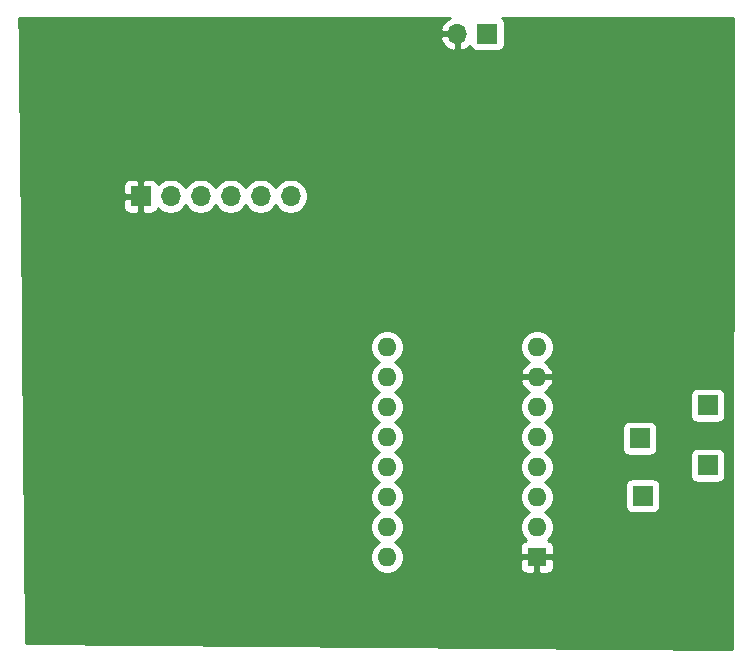
<source format=gbr>
%TF.GenerationSoftware,KiCad,Pcbnew,(5.1.9-0-10_14)*%
%TF.CreationDate,2021-12-03T15:28:29-08:00*%
%TF.ProjectId,stepper-controller,73746570-7065-4722-9d63-6f6e74726f6c,rev?*%
%TF.SameCoordinates,Original*%
%TF.FileFunction,Copper,L2,Bot*%
%TF.FilePolarity,Positive*%
%FSLAX46Y46*%
G04 Gerber Fmt 4.6, Leading zero omitted, Abs format (unit mm)*
G04 Created by KiCad (PCBNEW (5.1.9-0-10_14)) date 2021-12-03 15:28:29*
%MOMM*%
%LPD*%
G01*
G04 APERTURE LIST*
%TA.AperFunction,ComponentPad*%
%ADD10R,1.600000X1.600000*%
%TD*%
%TA.AperFunction,ComponentPad*%
%ADD11O,1.600000X1.600000*%
%TD*%
%TA.AperFunction,ComponentPad*%
%ADD12R,1.700000X1.700000*%
%TD*%
%TA.AperFunction,ComponentPad*%
%ADD13O,1.700000X1.700000*%
%TD*%
%TA.AperFunction,ViaPad*%
%ADD14C,1.500000*%
%TD*%
%TA.AperFunction,Conductor*%
%ADD15C,0.254000*%
%TD*%
%TA.AperFunction,Conductor*%
%ADD16C,0.100000*%
%TD*%
G04 APERTURE END LIST*
D10*
%TO.P,A1,1*%
%TO.N,GND*%
X123500000Y-60300000D03*
D11*
%TO.P,A1,9*%
%TO.N,Net-(A1-Pad9)*%
X110800000Y-42520000D03*
%TO.P,A1,2*%
%TO.N,VCC*%
X123500000Y-57760000D03*
%TO.P,A1,10*%
%TO.N,Net-(A1-Pad10)*%
X110800000Y-45060000D03*
%TO.P,A1,3*%
%TO.N,Net-(A1-Pad3)*%
X123500000Y-55220000D03*
%TO.P,A1,11*%
%TO.N,Net-(A1-Pad11)*%
X110800000Y-47600000D03*
%TO.P,A1,4*%
%TO.N,Net-(A1-Pad4)*%
X123500000Y-52680000D03*
%TO.P,A1,12*%
%TO.N,Net-(A1-Pad12)*%
X110800000Y-50140000D03*
%TO.P,A1,5*%
%TO.N,Net-(A1-Pad5)*%
X123500000Y-50140000D03*
%TO.P,A1,13*%
%TO.N,Net-(A1-Pad13)*%
X110800000Y-52680000D03*
%TO.P,A1,6*%
%TO.N,Net-(A1-Pad6)*%
X123500000Y-47600000D03*
%TO.P,A1,14*%
%TO.N,Net-(A1-Pad13)*%
X110800000Y-55220000D03*
%TO.P,A1,7*%
%TO.N,GND*%
X123500000Y-45060000D03*
%TO.P,A1,15*%
%TO.N,Net-(A1-Pad15)*%
X110800000Y-57760000D03*
%TO.P,A1,8*%
%TO.N,+12V*%
X123500000Y-42520000D03*
%TO.P,A1,16*%
%TO.N,Net-(A1-Pad16)*%
X110800000Y-60300000D03*
%TD*%
D12*
%TO.P,J1,1*%
%TO.N,Net-(A1-Pad3)*%
X132450000Y-55100000D03*
%TD*%
%TO.P,J2,1*%
%TO.N,Net-(A1-Pad4)*%
X137950000Y-52550000D03*
%TD*%
%TO.P,J3,1*%
%TO.N,Net-(A1-Pad5)*%
X132200000Y-50250000D03*
%TD*%
%TO.P,J4,1*%
%TO.N,Net-(A1-Pad6)*%
X137950000Y-47450000D03*
%TD*%
%TO.P,J5,1*%
%TO.N,GND*%
X89950000Y-29750000D03*
D13*
%TO.P,J5,2*%
%TO.N,/CTS*%
X92490000Y-29750000D03*
%TO.P,J5,3*%
%TO.N,VCC*%
X95030000Y-29750000D03*
%TO.P,J5,4*%
%TO.N,/TX*%
X97570000Y-29750000D03*
%TO.P,J5,5*%
%TO.N,/RX*%
X100110000Y-29750000D03*
%TO.P,J5,6*%
%TO.N,/RTS*%
X102650000Y-29750000D03*
%TD*%
D12*
%TO.P,J6,1*%
%TO.N,+12V*%
X119300000Y-16000000D03*
D13*
%TO.P,J6,2*%
%TO.N,GND*%
X116760000Y-16000000D03*
%TD*%
D14*
%TO.N,GND*%
X92050000Y-66150000D03*
X87500000Y-47000000D03*
X103150000Y-42300000D03*
%TD*%
D15*
%TO.N,GND*%
X115993080Y-14728359D02*
X115759731Y-14902412D01*
X115564822Y-15118645D01*
X115415843Y-15368748D01*
X115318519Y-15643109D01*
X115439186Y-15873000D01*
X116633000Y-15873000D01*
X116633000Y-15853000D01*
X116887000Y-15853000D01*
X116887000Y-15873000D01*
X116907000Y-15873000D01*
X116907000Y-16127000D01*
X116887000Y-16127000D01*
X116887000Y-17320155D01*
X117116890Y-17441476D01*
X117264099Y-17396825D01*
X117526920Y-17271641D01*
X117760269Y-17097588D01*
X117836034Y-17013534D01*
X117860498Y-17094180D01*
X117919463Y-17204494D01*
X117998815Y-17301185D01*
X118095506Y-17380537D01*
X118205820Y-17439502D01*
X118325518Y-17475812D01*
X118450000Y-17488072D01*
X120150000Y-17488072D01*
X120274482Y-17475812D01*
X120394180Y-17439502D01*
X120504494Y-17380537D01*
X120601185Y-17301185D01*
X120680537Y-17204494D01*
X120739502Y-17094180D01*
X120775812Y-16974482D01*
X120788072Y-16850000D01*
X120788072Y-15150000D01*
X120775812Y-15025518D01*
X120739502Y-14905820D01*
X120680537Y-14795506D01*
X120601185Y-14698815D01*
X120523426Y-14635000D01*
X140113749Y-14635000D01*
X140016259Y-68059383D01*
X80277533Y-67570522D01*
X79999170Y-42378665D01*
X109365000Y-42378665D01*
X109365000Y-42661335D01*
X109420147Y-42938574D01*
X109528320Y-43199727D01*
X109685363Y-43434759D01*
X109885241Y-43634637D01*
X110117759Y-43790000D01*
X109885241Y-43945363D01*
X109685363Y-44145241D01*
X109528320Y-44380273D01*
X109420147Y-44641426D01*
X109365000Y-44918665D01*
X109365000Y-45201335D01*
X109420147Y-45478574D01*
X109528320Y-45739727D01*
X109685363Y-45974759D01*
X109885241Y-46174637D01*
X110117759Y-46330000D01*
X109885241Y-46485363D01*
X109685363Y-46685241D01*
X109528320Y-46920273D01*
X109420147Y-47181426D01*
X109365000Y-47458665D01*
X109365000Y-47741335D01*
X109420147Y-48018574D01*
X109528320Y-48279727D01*
X109685363Y-48514759D01*
X109885241Y-48714637D01*
X110117759Y-48870000D01*
X109885241Y-49025363D01*
X109685363Y-49225241D01*
X109528320Y-49460273D01*
X109420147Y-49721426D01*
X109365000Y-49998665D01*
X109365000Y-50281335D01*
X109420147Y-50558574D01*
X109528320Y-50819727D01*
X109685363Y-51054759D01*
X109885241Y-51254637D01*
X110117759Y-51410000D01*
X109885241Y-51565363D01*
X109685363Y-51765241D01*
X109528320Y-52000273D01*
X109420147Y-52261426D01*
X109365000Y-52538665D01*
X109365000Y-52821335D01*
X109420147Y-53098574D01*
X109528320Y-53359727D01*
X109685363Y-53594759D01*
X109885241Y-53794637D01*
X110117759Y-53950000D01*
X109885241Y-54105363D01*
X109685363Y-54305241D01*
X109528320Y-54540273D01*
X109420147Y-54801426D01*
X109365000Y-55078665D01*
X109365000Y-55361335D01*
X109420147Y-55638574D01*
X109528320Y-55899727D01*
X109685363Y-56134759D01*
X109885241Y-56334637D01*
X110117759Y-56490000D01*
X109885241Y-56645363D01*
X109685363Y-56845241D01*
X109528320Y-57080273D01*
X109420147Y-57341426D01*
X109365000Y-57618665D01*
X109365000Y-57901335D01*
X109420147Y-58178574D01*
X109528320Y-58439727D01*
X109685363Y-58674759D01*
X109885241Y-58874637D01*
X110117759Y-59030000D01*
X109885241Y-59185363D01*
X109685363Y-59385241D01*
X109528320Y-59620273D01*
X109420147Y-59881426D01*
X109365000Y-60158665D01*
X109365000Y-60441335D01*
X109420147Y-60718574D01*
X109528320Y-60979727D01*
X109685363Y-61214759D01*
X109885241Y-61414637D01*
X110120273Y-61571680D01*
X110381426Y-61679853D01*
X110658665Y-61735000D01*
X110941335Y-61735000D01*
X111218574Y-61679853D01*
X111479727Y-61571680D01*
X111714759Y-61414637D01*
X111914637Y-61214759D01*
X111991316Y-61100000D01*
X122061928Y-61100000D01*
X122074188Y-61224482D01*
X122110498Y-61344180D01*
X122169463Y-61454494D01*
X122248815Y-61551185D01*
X122345506Y-61630537D01*
X122455820Y-61689502D01*
X122575518Y-61725812D01*
X122700000Y-61738072D01*
X123214250Y-61735000D01*
X123373000Y-61576250D01*
X123373000Y-60427000D01*
X123627000Y-60427000D01*
X123627000Y-61576250D01*
X123785750Y-61735000D01*
X124300000Y-61738072D01*
X124424482Y-61725812D01*
X124544180Y-61689502D01*
X124654494Y-61630537D01*
X124751185Y-61551185D01*
X124830537Y-61454494D01*
X124889502Y-61344180D01*
X124925812Y-61224482D01*
X124938072Y-61100000D01*
X124935000Y-60585750D01*
X124776250Y-60427000D01*
X123627000Y-60427000D01*
X123373000Y-60427000D01*
X122223750Y-60427000D01*
X122065000Y-60585750D01*
X122061928Y-61100000D01*
X111991316Y-61100000D01*
X112071680Y-60979727D01*
X112179853Y-60718574D01*
X112235000Y-60441335D01*
X112235000Y-60158665D01*
X112179853Y-59881426D01*
X112071680Y-59620273D01*
X111991317Y-59500000D01*
X122061928Y-59500000D01*
X122065000Y-60014250D01*
X122223750Y-60173000D01*
X123373000Y-60173000D01*
X123373000Y-60153000D01*
X123627000Y-60153000D01*
X123627000Y-60173000D01*
X124776250Y-60173000D01*
X124935000Y-60014250D01*
X124938072Y-59500000D01*
X124925812Y-59375518D01*
X124889502Y-59255820D01*
X124830537Y-59145506D01*
X124751185Y-59048815D01*
X124654494Y-58969463D01*
X124544180Y-58910498D01*
X124424482Y-58874188D01*
X124416039Y-58873357D01*
X124614637Y-58674759D01*
X124771680Y-58439727D01*
X124879853Y-58178574D01*
X124935000Y-57901335D01*
X124935000Y-57618665D01*
X124879853Y-57341426D01*
X124771680Y-57080273D01*
X124614637Y-56845241D01*
X124414759Y-56645363D01*
X124182241Y-56490000D01*
X124414759Y-56334637D01*
X124614637Y-56134759D01*
X124771680Y-55899727D01*
X124879853Y-55638574D01*
X124935000Y-55361335D01*
X124935000Y-55078665D01*
X124879853Y-54801426D01*
X124771680Y-54540273D01*
X124614637Y-54305241D01*
X124559396Y-54250000D01*
X130961928Y-54250000D01*
X130961928Y-55950000D01*
X130974188Y-56074482D01*
X131010498Y-56194180D01*
X131069463Y-56304494D01*
X131148815Y-56401185D01*
X131245506Y-56480537D01*
X131355820Y-56539502D01*
X131475518Y-56575812D01*
X131600000Y-56588072D01*
X133300000Y-56588072D01*
X133424482Y-56575812D01*
X133544180Y-56539502D01*
X133654494Y-56480537D01*
X133751185Y-56401185D01*
X133830537Y-56304494D01*
X133889502Y-56194180D01*
X133925812Y-56074482D01*
X133938072Y-55950000D01*
X133938072Y-54250000D01*
X133925812Y-54125518D01*
X133889502Y-54005820D01*
X133830537Y-53895506D01*
X133751185Y-53798815D01*
X133654494Y-53719463D01*
X133544180Y-53660498D01*
X133424482Y-53624188D01*
X133300000Y-53611928D01*
X131600000Y-53611928D01*
X131475518Y-53624188D01*
X131355820Y-53660498D01*
X131245506Y-53719463D01*
X131148815Y-53798815D01*
X131069463Y-53895506D01*
X131010498Y-54005820D01*
X130974188Y-54125518D01*
X130961928Y-54250000D01*
X124559396Y-54250000D01*
X124414759Y-54105363D01*
X124182241Y-53950000D01*
X124414759Y-53794637D01*
X124614637Y-53594759D01*
X124771680Y-53359727D01*
X124879853Y-53098574D01*
X124935000Y-52821335D01*
X124935000Y-52538665D01*
X124879853Y-52261426D01*
X124771680Y-52000273D01*
X124614637Y-51765241D01*
X124414759Y-51565363D01*
X124182241Y-51410000D01*
X124414759Y-51254637D01*
X124614637Y-51054759D01*
X124771680Y-50819727D01*
X124879853Y-50558574D01*
X124935000Y-50281335D01*
X124935000Y-49998665D01*
X124879853Y-49721426D01*
X124771680Y-49460273D01*
X124731407Y-49400000D01*
X130711928Y-49400000D01*
X130711928Y-51100000D01*
X130724188Y-51224482D01*
X130760498Y-51344180D01*
X130819463Y-51454494D01*
X130898815Y-51551185D01*
X130995506Y-51630537D01*
X131105820Y-51689502D01*
X131225518Y-51725812D01*
X131350000Y-51738072D01*
X133050000Y-51738072D01*
X133174482Y-51725812D01*
X133259572Y-51700000D01*
X136461928Y-51700000D01*
X136461928Y-53400000D01*
X136474188Y-53524482D01*
X136510498Y-53644180D01*
X136569463Y-53754494D01*
X136648815Y-53851185D01*
X136745506Y-53930537D01*
X136855820Y-53989502D01*
X136975518Y-54025812D01*
X137100000Y-54038072D01*
X138800000Y-54038072D01*
X138924482Y-54025812D01*
X139044180Y-53989502D01*
X139154494Y-53930537D01*
X139251185Y-53851185D01*
X139330537Y-53754494D01*
X139389502Y-53644180D01*
X139425812Y-53524482D01*
X139438072Y-53400000D01*
X139438072Y-51700000D01*
X139425812Y-51575518D01*
X139389502Y-51455820D01*
X139330537Y-51345506D01*
X139251185Y-51248815D01*
X139154494Y-51169463D01*
X139044180Y-51110498D01*
X138924482Y-51074188D01*
X138800000Y-51061928D01*
X137100000Y-51061928D01*
X136975518Y-51074188D01*
X136855820Y-51110498D01*
X136745506Y-51169463D01*
X136648815Y-51248815D01*
X136569463Y-51345506D01*
X136510498Y-51455820D01*
X136474188Y-51575518D01*
X136461928Y-51700000D01*
X133259572Y-51700000D01*
X133294180Y-51689502D01*
X133404494Y-51630537D01*
X133501185Y-51551185D01*
X133580537Y-51454494D01*
X133639502Y-51344180D01*
X133675812Y-51224482D01*
X133688072Y-51100000D01*
X133688072Y-49400000D01*
X133675812Y-49275518D01*
X133639502Y-49155820D01*
X133580537Y-49045506D01*
X133501185Y-48948815D01*
X133404494Y-48869463D01*
X133294180Y-48810498D01*
X133174482Y-48774188D01*
X133050000Y-48761928D01*
X131350000Y-48761928D01*
X131225518Y-48774188D01*
X131105820Y-48810498D01*
X130995506Y-48869463D01*
X130898815Y-48948815D01*
X130819463Y-49045506D01*
X130760498Y-49155820D01*
X130724188Y-49275518D01*
X130711928Y-49400000D01*
X124731407Y-49400000D01*
X124614637Y-49225241D01*
X124414759Y-49025363D01*
X124182241Y-48870000D01*
X124414759Y-48714637D01*
X124614637Y-48514759D01*
X124771680Y-48279727D01*
X124879853Y-48018574D01*
X124935000Y-47741335D01*
X124935000Y-47458665D01*
X124879853Y-47181426D01*
X124771680Y-46920273D01*
X124614637Y-46685241D01*
X124529396Y-46600000D01*
X136461928Y-46600000D01*
X136461928Y-48300000D01*
X136474188Y-48424482D01*
X136510498Y-48544180D01*
X136569463Y-48654494D01*
X136648815Y-48751185D01*
X136745506Y-48830537D01*
X136855820Y-48889502D01*
X136975518Y-48925812D01*
X137100000Y-48938072D01*
X138800000Y-48938072D01*
X138924482Y-48925812D01*
X139044180Y-48889502D01*
X139154494Y-48830537D01*
X139251185Y-48751185D01*
X139330537Y-48654494D01*
X139389502Y-48544180D01*
X139425812Y-48424482D01*
X139438072Y-48300000D01*
X139438072Y-46600000D01*
X139425812Y-46475518D01*
X139389502Y-46355820D01*
X139330537Y-46245506D01*
X139251185Y-46148815D01*
X139154494Y-46069463D01*
X139044180Y-46010498D01*
X138924482Y-45974188D01*
X138800000Y-45961928D01*
X137100000Y-45961928D01*
X136975518Y-45974188D01*
X136855820Y-46010498D01*
X136745506Y-46069463D01*
X136648815Y-46148815D01*
X136569463Y-46245506D01*
X136510498Y-46355820D01*
X136474188Y-46475518D01*
X136461928Y-46600000D01*
X124529396Y-46600000D01*
X124414759Y-46485363D01*
X124179727Y-46328320D01*
X124169135Y-46323933D01*
X124355131Y-46212385D01*
X124563519Y-46023414D01*
X124731037Y-45797420D01*
X124851246Y-45543087D01*
X124891904Y-45409039D01*
X124769915Y-45187000D01*
X123627000Y-45187000D01*
X123627000Y-45207000D01*
X123373000Y-45207000D01*
X123373000Y-45187000D01*
X122230085Y-45187000D01*
X122108096Y-45409039D01*
X122148754Y-45543087D01*
X122268963Y-45797420D01*
X122436481Y-46023414D01*
X122644869Y-46212385D01*
X122830865Y-46323933D01*
X122820273Y-46328320D01*
X122585241Y-46485363D01*
X122385363Y-46685241D01*
X122228320Y-46920273D01*
X122120147Y-47181426D01*
X122065000Y-47458665D01*
X122065000Y-47741335D01*
X122120147Y-48018574D01*
X122228320Y-48279727D01*
X122385363Y-48514759D01*
X122585241Y-48714637D01*
X122817759Y-48870000D01*
X122585241Y-49025363D01*
X122385363Y-49225241D01*
X122228320Y-49460273D01*
X122120147Y-49721426D01*
X122065000Y-49998665D01*
X122065000Y-50281335D01*
X122120147Y-50558574D01*
X122228320Y-50819727D01*
X122385363Y-51054759D01*
X122585241Y-51254637D01*
X122817759Y-51410000D01*
X122585241Y-51565363D01*
X122385363Y-51765241D01*
X122228320Y-52000273D01*
X122120147Y-52261426D01*
X122065000Y-52538665D01*
X122065000Y-52821335D01*
X122120147Y-53098574D01*
X122228320Y-53359727D01*
X122385363Y-53594759D01*
X122585241Y-53794637D01*
X122817759Y-53950000D01*
X122585241Y-54105363D01*
X122385363Y-54305241D01*
X122228320Y-54540273D01*
X122120147Y-54801426D01*
X122065000Y-55078665D01*
X122065000Y-55361335D01*
X122120147Y-55638574D01*
X122228320Y-55899727D01*
X122385363Y-56134759D01*
X122585241Y-56334637D01*
X122817759Y-56490000D01*
X122585241Y-56645363D01*
X122385363Y-56845241D01*
X122228320Y-57080273D01*
X122120147Y-57341426D01*
X122065000Y-57618665D01*
X122065000Y-57901335D01*
X122120147Y-58178574D01*
X122228320Y-58439727D01*
X122385363Y-58674759D01*
X122583961Y-58873357D01*
X122575518Y-58874188D01*
X122455820Y-58910498D01*
X122345506Y-58969463D01*
X122248815Y-59048815D01*
X122169463Y-59145506D01*
X122110498Y-59255820D01*
X122074188Y-59375518D01*
X122061928Y-59500000D01*
X111991317Y-59500000D01*
X111914637Y-59385241D01*
X111714759Y-59185363D01*
X111482241Y-59030000D01*
X111714759Y-58874637D01*
X111914637Y-58674759D01*
X112071680Y-58439727D01*
X112179853Y-58178574D01*
X112235000Y-57901335D01*
X112235000Y-57618665D01*
X112179853Y-57341426D01*
X112071680Y-57080273D01*
X111914637Y-56845241D01*
X111714759Y-56645363D01*
X111482241Y-56490000D01*
X111714759Y-56334637D01*
X111914637Y-56134759D01*
X112071680Y-55899727D01*
X112179853Y-55638574D01*
X112235000Y-55361335D01*
X112235000Y-55078665D01*
X112179853Y-54801426D01*
X112071680Y-54540273D01*
X111914637Y-54305241D01*
X111714759Y-54105363D01*
X111482241Y-53950000D01*
X111714759Y-53794637D01*
X111914637Y-53594759D01*
X112071680Y-53359727D01*
X112179853Y-53098574D01*
X112235000Y-52821335D01*
X112235000Y-52538665D01*
X112179853Y-52261426D01*
X112071680Y-52000273D01*
X111914637Y-51765241D01*
X111714759Y-51565363D01*
X111482241Y-51410000D01*
X111714759Y-51254637D01*
X111914637Y-51054759D01*
X112071680Y-50819727D01*
X112179853Y-50558574D01*
X112235000Y-50281335D01*
X112235000Y-49998665D01*
X112179853Y-49721426D01*
X112071680Y-49460273D01*
X111914637Y-49225241D01*
X111714759Y-49025363D01*
X111482241Y-48870000D01*
X111714759Y-48714637D01*
X111914637Y-48514759D01*
X112071680Y-48279727D01*
X112179853Y-48018574D01*
X112235000Y-47741335D01*
X112235000Y-47458665D01*
X112179853Y-47181426D01*
X112071680Y-46920273D01*
X111914637Y-46685241D01*
X111714759Y-46485363D01*
X111482241Y-46330000D01*
X111714759Y-46174637D01*
X111914637Y-45974759D01*
X112071680Y-45739727D01*
X112179853Y-45478574D01*
X112235000Y-45201335D01*
X112235000Y-44918665D01*
X112179853Y-44641426D01*
X112071680Y-44380273D01*
X111914637Y-44145241D01*
X111714759Y-43945363D01*
X111482241Y-43790000D01*
X111714759Y-43634637D01*
X111914637Y-43434759D01*
X112071680Y-43199727D01*
X112179853Y-42938574D01*
X112235000Y-42661335D01*
X112235000Y-42378665D01*
X122065000Y-42378665D01*
X122065000Y-42661335D01*
X122120147Y-42938574D01*
X122228320Y-43199727D01*
X122385363Y-43434759D01*
X122585241Y-43634637D01*
X122820273Y-43791680D01*
X122830865Y-43796067D01*
X122644869Y-43907615D01*
X122436481Y-44096586D01*
X122268963Y-44322580D01*
X122148754Y-44576913D01*
X122108096Y-44710961D01*
X122230085Y-44933000D01*
X123373000Y-44933000D01*
X123373000Y-44913000D01*
X123627000Y-44913000D01*
X123627000Y-44933000D01*
X124769915Y-44933000D01*
X124891904Y-44710961D01*
X124851246Y-44576913D01*
X124731037Y-44322580D01*
X124563519Y-44096586D01*
X124355131Y-43907615D01*
X124169135Y-43796067D01*
X124179727Y-43791680D01*
X124414759Y-43634637D01*
X124614637Y-43434759D01*
X124771680Y-43199727D01*
X124879853Y-42938574D01*
X124935000Y-42661335D01*
X124935000Y-42378665D01*
X124879853Y-42101426D01*
X124771680Y-41840273D01*
X124614637Y-41605241D01*
X124414759Y-41405363D01*
X124179727Y-41248320D01*
X123918574Y-41140147D01*
X123641335Y-41085000D01*
X123358665Y-41085000D01*
X123081426Y-41140147D01*
X122820273Y-41248320D01*
X122585241Y-41405363D01*
X122385363Y-41605241D01*
X122228320Y-41840273D01*
X122120147Y-42101426D01*
X122065000Y-42378665D01*
X112235000Y-42378665D01*
X112179853Y-42101426D01*
X112071680Y-41840273D01*
X111914637Y-41605241D01*
X111714759Y-41405363D01*
X111479727Y-41248320D01*
X111218574Y-41140147D01*
X110941335Y-41085000D01*
X110658665Y-41085000D01*
X110381426Y-41140147D01*
X110120273Y-41248320D01*
X109885241Y-41405363D01*
X109685363Y-41605241D01*
X109528320Y-41840273D01*
X109420147Y-42101426D01*
X109365000Y-42378665D01*
X79999170Y-42378665D01*
X79869019Y-30600000D01*
X88461928Y-30600000D01*
X88474188Y-30724482D01*
X88510498Y-30844180D01*
X88569463Y-30954494D01*
X88648815Y-31051185D01*
X88745506Y-31130537D01*
X88855820Y-31189502D01*
X88975518Y-31225812D01*
X89100000Y-31238072D01*
X89664250Y-31235000D01*
X89823000Y-31076250D01*
X89823000Y-29877000D01*
X88623750Y-29877000D01*
X88465000Y-30035750D01*
X88461928Y-30600000D01*
X79869019Y-30600000D01*
X79850235Y-28900000D01*
X88461928Y-28900000D01*
X88465000Y-29464250D01*
X88623750Y-29623000D01*
X89823000Y-29623000D01*
X89823000Y-28423750D01*
X90077000Y-28423750D01*
X90077000Y-29623000D01*
X90097000Y-29623000D01*
X90097000Y-29877000D01*
X90077000Y-29877000D01*
X90077000Y-31076250D01*
X90235750Y-31235000D01*
X90800000Y-31238072D01*
X90924482Y-31225812D01*
X91044180Y-31189502D01*
X91154494Y-31130537D01*
X91251185Y-31051185D01*
X91330537Y-30954494D01*
X91389502Y-30844180D01*
X91411513Y-30771620D01*
X91543368Y-30903475D01*
X91786589Y-31065990D01*
X92056842Y-31177932D01*
X92343740Y-31235000D01*
X92636260Y-31235000D01*
X92923158Y-31177932D01*
X93193411Y-31065990D01*
X93436632Y-30903475D01*
X93643475Y-30696632D01*
X93760000Y-30522240D01*
X93876525Y-30696632D01*
X94083368Y-30903475D01*
X94326589Y-31065990D01*
X94596842Y-31177932D01*
X94883740Y-31235000D01*
X95176260Y-31235000D01*
X95463158Y-31177932D01*
X95733411Y-31065990D01*
X95976632Y-30903475D01*
X96183475Y-30696632D01*
X96300000Y-30522240D01*
X96416525Y-30696632D01*
X96623368Y-30903475D01*
X96866589Y-31065990D01*
X97136842Y-31177932D01*
X97423740Y-31235000D01*
X97716260Y-31235000D01*
X98003158Y-31177932D01*
X98273411Y-31065990D01*
X98516632Y-30903475D01*
X98723475Y-30696632D01*
X98840000Y-30522240D01*
X98956525Y-30696632D01*
X99163368Y-30903475D01*
X99406589Y-31065990D01*
X99676842Y-31177932D01*
X99963740Y-31235000D01*
X100256260Y-31235000D01*
X100543158Y-31177932D01*
X100813411Y-31065990D01*
X101056632Y-30903475D01*
X101263475Y-30696632D01*
X101380000Y-30522240D01*
X101496525Y-30696632D01*
X101703368Y-30903475D01*
X101946589Y-31065990D01*
X102216842Y-31177932D01*
X102503740Y-31235000D01*
X102796260Y-31235000D01*
X103083158Y-31177932D01*
X103353411Y-31065990D01*
X103596632Y-30903475D01*
X103803475Y-30696632D01*
X103965990Y-30453411D01*
X104077932Y-30183158D01*
X104135000Y-29896260D01*
X104135000Y-29603740D01*
X104077932Y-29316842D01*
X103965990Y-29046589D01*
X103803475Y-28803368D01*
X103596632Y-28596525D01*
X103353411Y-28434010D01*
X103083158Y-28322068D01*
X102796260Y-28265000D01*
X102503740Y-28265000D01*
X102216842Y-28322068D01*
X101946589Y-28434010D01*
X101703368Y-28596525D01*
X101496525Y-28803368D01*
X101380000Y-28977760D01*
X101263475Y-28803368D01*
X101056632Y-28596525D01*
X100813411Y-28434010D01*
X100543158Y-28322068D01*
X100256260Y-28265000D01*
X99963740Y-28265000D01*
X99676842Y-28322068D01*
X99406589Y-28434010D01*
X99163368Y-28596525D01*
X98956525Y-28803368D01*
X98840000Y-28977760D01*
X98723475Y-28803368D01*
X98516632Y-28596525D01*
X98273411Y-28434010D01*
X98003158Y-28322068D01*
X97716260Y-28265000D01*
X97423740Y-28265000D01*
X97136842Y-28322068D01*
X96866589Y-28434010D01*
X96623368Y-28596525D01*
X96416525Y-28803368D01*
X96300000Y-28977760D01*
X96183475Y-28803368D01*
X95976632Y-28596525D01*
X95733411Y-28434010D01*
X95463158Y-28322068D01*
X95176260Y-28265000D01*
X94883740Y-28265000D01*
X94596842Y-28322068D01*
X94326589Y-28434010D01*
X94083368Y-28596525D01*
X93876525Y-28803368D01*
X93760000Y-28977760D01*
X93643475Y-28803368D01*
X93436632Y-28596525D01*
X93193411Y-28434010D01*
X92923158Y-28322068D01*
X92636260Y-28265000D01*
X92343740Y-28265000D01*
X92056842Y-28322068D01*
X91786589Y-28434010D01*
X91543368Y-28596525D01*
X91411513Y-28728380D01*
X91389502Y-28655820D01*
X91330537Y-28545506D01*
X91251185Y-28448815D01*
X91154494Y-28369463D01*
X91044180Y-28310498D01*
X90924482Y-28274188D01*
X90800000Y-28261928D01*
X90235750Y-28265000D01*
X90077000Y-28423750D01*
X89823000Y-28423750D01*
X89664250Y-28265000D01*
X89100000Y-28261928D01*
X88975518Y-28274188D01*
X88855820Y-28310498D01*
X88745506Y-28369463D01*
X88648815Y-28448815D01*
X88569463Y-28545506D01*
X88510498Y-28655820D01*
X88474188Y-28775518D01*
X88461928Y-28900000D01*
X79850235Y-28900000D01*
X79711637Y-16356891D01*
X115318519Y-16356891D01*
X115415843Y-16631252D01*
X115564822Y-16881355D01*
X115759731Y-17097588D01*
X115993080Y-17271641D01*
X116255901Y-17396825D01*
X116403110Y-17441476D01*
X116633000Y-17320155D01*
X116633000Y-16127000D01*
X115439186Y-16127000D01*
X115318519Y-16356891D01*
X79711637Y-16356891D01*
X79692610Y-14635000D01*
X116189085Y-14635000D01*
X115993080Y-14728359D01*
%TA.AperFunction,Conductor*%
D16*
G36*
X115993080Y-14728359D02*
G01*
X115759731Y-14902412D01*
X115564822Y-15118645D01*
X115415843Y-15368748D01*
X115318519Y-15643109D01*
X115439186Y-15873000D01*
X116633000Y-15873000D01*
X116633000Y-15853000D01*
X116887000Y-15853000D01*
X116887000Y-15873000D01*
X116907000Y-15873000D01*
X116907000Y-16127000D01*
X116887000Y-16127000D01*
X116887000Y-17320155D01*
X117116890Y-17441476D01*
X117264099Y-17396825D01*
X117526920Y-17271641D01*
X117760269Y-17097588D01*
X117836034Y-17013534D01*
X117860498Y-17094180D01*
X117919463Y-17204494D01*
X117998815Y-17301185D01*
X118095506Y-17380537D01*
X118205820Y-17439502D01*
X118325518Y-17475812D01*
X118450000Y-17488072D01*
X120150000Y-17488072D01*
X120274482Y-17475812D01*
X120394180Y-17439502D01*
X120504494Y-17380537D01*
X120601185Y-17301185D01*
X120680537Y-17204494D01*
X120739502Y-17094180D01*
X120775812Y-16974482D01*
X120788072Y-16850000D01*
X120788072Y-15150000D01*
X120775812Y-15025518D01*
X120739502Y-14905820D01*
X120680537Y-14795506D01*
X120601185Y-14698815D01*
X120523426Y-14635000D01*
X140113749Y-14635000D01*
X140016259Y-68059383D01*
X80277533Y-67570522D01*
X79999170Y-42378665D01*
X109365000Y-42378665D01*
X109365000Y-42661335D01*
X109420147Y-42938574D01*
X109528320Y-43199727D01*
X109685363Y-43434759D01*
X109885241Y-43634637D01*
X110117759Y-43790000D01*
X109885241Y-43945363D01*
X109685363Y-44145241D01*
X109528320Y-44380273D01*
X109420147Y-44641426D01*
X109365000Y-44918665D01*
X109365000Y-45201335D01*
X109420147Y-45478574D01*
X109528320Y-45739727D01*
X109685363Y-45974759D01*
X109885241Y-46174637D01*
X110117759Y-46330000D01*
X109885241Y-46485363D01*
X109685363Y-46685241D01*
X109528320Y-46920273D01*
X109420147Y-47181426D01*
X109365000Y-47458665D01*
X109365000Y-47741335D01*
X109420147Y-48018574D01*
X109528320Y-48279727D01*
X109685363Y-48514759D01*
X109885241Y-48714637D01*
X110117759Y-48870000D01*
X109885241Y-49025363D01*
X109685363Y-49225241D01*
X109528320Y-49460273D01*
X109420147Y-49721426D01*
X109365000Y-49998665D01*
X109365000Y-50281335D01*
X109420147Y-50558574D01*
X109528320Y-50819727D01*
X109685363Y-51054759D01*
X109885241Y-51254637D01*
X110117759Y-51410000D01*
X109885241Y-51565363D01*
X109685363Y-51765241D01*
X109528320Y-52000273D01*
X109420147Y-52261426D01*
X109365000Y-52538665D01*
X109365000Y-52821335D01*
X109420147Y-53098574D01*
X109528320Y-53359727D01*
X109685363Y-53594759D01*
X109885241Y-53794637D01*
X110117759Y-53950000D01*
X109885241Y-54105363D01*
X109685363Y-54305241D01*
X109528320Y-54540273D01*
X109420147Y-54801426D01*
X109365000Y-55078665D01*
X109365000Y-55361335D01*
X109420147Y-55638574D01*
X109528320Y-55899727D01*
X109685363Y-56134759D01*
X109885241Y-56334637D01*
X110117759Y-56490000D01*
X109885241Y-56645363D01*
X109685363Y-56845241D01*
X109528320Y-57080273D01*
X109420147Y-57341426D01*
X109365000Y-57618665D01*
X109365000Y-57901335D01*
X109420147Y-58178574D01*
X109528320Y-58439727D01*
X109685363Y-58674759D01*
X109885241Y-58874637D01*
X110117759Y-59030000D01*
X109885241Y-59185363D01*
X109685363Y-59385241D01*
X109528320Y-59620273D01*
X109420147Y-59881426D01*
X109365000Y-60158665D01*
X109365000Y-60441335D01*
X109420147Y-60718574D01*
X109528320Y-60979727D01*
X109685363Y-61214759D01*
X109885241Y-61414637D01*
X110120273Y-61571680D01*
X110381426Y-61679853D01*
X110658665Y-61735000D01*
X110941335Y-61735000D01*
X111218574Y-61679853D01*
X111479727Y-61571680D01*
X111714759Y-61414637D01*
X111914637Y-61214759D01*
X111991316Y-61100000D01*
X122061928Y-61100000D01*
X122074188Y-61224482D01*
X122110498Y-61344180D01*
X122169463Y-61454494D01*
X122248815Y-61551185D01*
X122345506Y-61630537D01*
X122455820Y-61689502D01*
X122575518Y-61725812D01*
X122700000Y-61738072D01*
X123214250Y-61735000D01*
X123373000Y-61576250D01*
X123373000Y-60427000D01*
X123627000Y-60427000D01*
X123627000Y-61576250D01*
X123785750Y-61735000D01*
X124300000Y-61738072D01*
X124424482Y-61725812D01*
X124544180Y-61689502D01*
X124654494Y-61630537D01*
X124751185Y-61551185D01*
X124830537Y-61454494D01*
X124889502Y-61344180D01*
X124925812Y-61224482D01*
X124938072Y-61100000D01*
X124935000Y-60585750D01*
X124776250Y-60427000D01*
X123627000Y-60427000D01*
X123373000Y-60427000D01*
X122223750Y-60427000D01*
X122065000Y-60585750D01*
X122061928Y-61100000D01*
X111991316Y-61100000D01*
X112071680Y-60979727D01*
X112179853Y-60718574D01*
X112235000Y-60441335D01*
X112235000Y-60158665D01*
X112179853Y-59881426D01*
X112071680Y-59620273D01*
X111991317Y-59500000D01*
X122061928Y-59500000D01*
X122065000Y-60014250D01*
X122223750Y-60173000D01*
X123373000Y-60173000D01*
X123373000Y-60153000D01*
X123627000Y-60153000D01*
X123627000Y-60173000D01*
X124776250Y-60173000D01*
X124935000Y-60014250D01*
X124938072Y-59500000D01*
X124925812Y-59375518D01*
X124889502Y-59255820D01*
X124830537Y-59145506D01*
X124751185Y-59048815D01*
X124654494Y-58969463D01*
X124544180Y-58910498D01*
X124424482Y-58874188D01*
X124416039Y-58873357D01*
X124614637Y-58674759D01*
X124771680Y-58439727D01*
X124879853Y-58178574D01*
X124935000Y-57901335D01*
X124935000Y-57618665D01*
X124879853Y-57341426D01*
X124771680Y-57080273D01*
X124614637Y-56845241D01*
X124414759Y-56645363D01*
X124182241Y-56490000D01*
X124414759Y-56334637D01*
X124614637Y-56134759D01*
X124771680Y-55899727D01*
X124879853Y-55638574D01*
X124935000Y-55361335D01*
X124935000Y-55078665D01*
X124879853Y-54801426D01*
X124771680Y-54540273D01*
X124614637Y-54305241D01*
X124559396Y-54250000D01*
X130961928Y-54250000D01*
X130961928Y-55950000D01*
X130974188Y-56074482D01*
X131010498Y-56194180D01*
X131069463Y-56304494D01*
X131148815Y-56401185D01*
X131245506Y-56480537D01*
X131355820Y-56539502D01*
X131475518Y-56575812D01*
X131600000Y-56588072D01*
X133300000Y-56588072D01*
X133424482Y-56575812D01*
X133544180Y-56539502D01*
X133654494Y-56480537D01*
X133751185Y-56401185D01*
X133830537Y-56304494D01*
X133889502Y-56194180D01*
X133925812Y-56074482D01*
X133938072Y-55950000D01*
X133938072Y-54250000D01*
X133925812Y-54125518D01*
X133889502Y-54005820D01*
X133830537Y-53895506D01*
X133751185Y-53798815D01*
X133654494Y-53719463D01*
X133544180Y-53660498D01*
X133424482Y-53624188D01*
X133300000Y-53611928D01*
X131600000Y-53611928D01*
X131475518Y-53624188D01*
X131355820Y-53660498D01*
X131245506Y-53719463D01*
X131148815Y-53798815D01*
X131069463Y-53895506D01*
X131010498Y-54005820D01*
X130974188Y-54125518D01*
X130961928Y-54250000D01*
X124559396Y-54250000D01*
X124414759Y-54105363D01*
X124182241Y-53950000D01*
X124414759Y-53794637D01*
X124614637Y-53594759D01*
X124771680Y-53359727D01*
X124879853Y-53098574D01*
X124935000Y-52821335D01*
X124935000Y-52538665D01*
X124879853Y-52261426D01*
X124771680Y-52000273D01*
X124614637Y-51765241D01*
X124414759Y-51565363D01*
X124182241Y-51410000D01*
X124414759Y-51254637D01*
X124614637Y-51054759D01*
X124771680Y-50819727D01*
X124879853Y-50558574D01*
X124935000Y-50281335D01*
X124935000Y-49998665D01*
X124879853Y-49721426D01*
X124771680Y-49460273D01*
X124731407Y-49400000D01*
X130711928Y-49400000D01*
X130711928Y-51100000D01*
X130724188Y-51224482D01*
X130760498Y-51344180D01*
X130819463Y-51454494D01*
X130898815Y-51551185D01*
X130995506Y-51630537D01*
X131105820Y-51689502D01*
X131225518Y-51725812D01*
X131350000Y-51738072D01*
X133050000Y-51738072D01*
X133174482Y-51725812D01*
X133259572Y-51700000D01*
X136461928Y-51700000D01*
X136461928Y-53400000D01*
X136474188Y-53524482D01*
X136510498Y-53644180D01*
X136569463Y-53754494D01*
X136648815Y-53851185D01*
X136745506Y-53930537D01*
X136855820Y-53989502D01*
X136975518Y-54025812D01*
X137100000Y-54038072D01*
X138800000Y-54038072D01*
X138924482Y-54025812D01*
X139044180Y-53989502D01*
X139154494Y-53930537D01*
X139251185Y-53851185D01*
X139330537Y-53754494D01*
X139389502Y-53644180D01*
X139425812Y-53524482D01*
X139438072Y-53400000D01*
X139438072Y-51700000D01*
X139425812Y-51575518D01*
X139389502Y-51455820D01*
X139330537Y-51345506D01*
X139251185Y-51248815D01*
X139154494Y-51169463D01*
X139044180Y-51110498D01*
X138924482Y-51074188D01*
X138800000Y-51061928D01*
X137100000Y-51061928D01*
X136975518Y-51074188D01*
X136855820Y-51110498D01*
X136745506Y-51169463D01*
X136648815Y-51248815D01*
X136569463Y-51345506D01*
X136510498Y-51455820D01*
X136474188Y-51575518D01*
X136461928Y-51700000D01*
X133259572Y-51700000D01*
X133294180Y-51689502D01*
X133404494Y-51630537D01*
X133501185Y-51551185D01*
X133580537Y-51454494D01*
X133639502Y-51344180D01*
X133675812Y-51224482D01*
X133688072Y-51100000D01*
X133688072Y-49400000D01*
X133675812Y-49275518D01*
X133639502Y-49155820D01*
X133580537Y-49045506D01*
X133501185Y-48948815D01*
X133404494Y-48869463D01*
X133294180Y-48810498D01*
X133174482Y-48774188D01*
X133050000Y-48761928D01*
X131350000Y-48761928D01*
X131225518Y-48774188D01*
X131105820Y-48810498D01*
X130995506Y-48869463D01*
X130898815Y-48948815D01*
X130819463Y-49045506D01*
X130760498Y-49155820D01*
X130724188Y-49275518D01*
X130711928Y-49400000D01*
X124731407Y-49400000D01*
X124614637Y-49225241D01*
X124414759Y-49025363D01*
X124182241Y-48870000D01*
X124414759Y-48714637D01*
X124614637Y-48514759D01*
X124771680Y-48279727D01*
X124879853Y-48018574D01*
X124935000Y-47741335D01*
X124935000Y-47458665D01*
X124879853Y-47181426D01*
X124771680Y-46920273D01*
X124614637Y-46685241D01*
X124529396Y-46600000D01*
X136461928Y-46600000D01*
X136461928Y-48300000D01*
X136474188Y-48424482D01*
X136510498Y-48544180D01*
X136569463Y-48654494D01*
X136648815Y-48751185D01*
X136745506Y-48830537D01*
X136855820Y-48889502D01*
X136975518Y-48925812D01*
X137100000Y-48938072D01*
X138800000Y-48938072D01*
X138924482Y-48925812D01*
X139044180Y-48889502D01*
X139154494Y-48830537D01*
X139251185Y-48751185D01*
X139330537Y-48654494D01*
X139389502Y-48544180D01*
X139425812Y-48424482D01*
X139438072Y-48300000D01*
X139438072Y-46600000D01*
X139425812Y-46475518D01*
X139389502Y-46355820D01*
X139330537Y-46245506D01*
X139251185Y-46148815D01*
X139154494Y-46069463D01*
X139044180Y-46010498D01*
X138924482Y-45974188D01*
X138800000Y-45961928D01*
X137100000Y-45961928D01*
X136975518Y-45974188D01*
X136855820Y-46010498D01*
X136745506Y-46069463D01*
X136648815Y-46148815D01*
X136569463Y-46245506D01*
X136510498Y-46355820D01*
X136474188Y-46475518D01*
X136461928Y-46600000D01*
X124529396Y-46600000D01*
X124414759Y-46485363D01*
X124179727Y-46328320D01*
X124169135Y-46323933D01*
X124355131Y-46212385D01*
X124563519Y-46023414D01*
X124731037Y-45797420D01*
X124851246Y-45543087D01*
X124891904Y-45409039D01*
X124769915Y-45187000D01*
X123627000Y-45187000D01*
X123627000Y-45207000D01*
X123373000Y-45207000D01*
X123373000Y-45187000D01*
X122230085Y-45187000D01*
X122108096Y-45409039D01*
X122148754Y-45543087D01*
X122268963Y-45797420D01*
X122436481Y-46023414D01*
X122644869Y-46212385D01*
X122830865Y-46323933D01*
X122820273Y-46328320D01*
X122585241Y-46485363D01*
X122385363Y-46685241D01*
X122228320Y-46920273D01*
X122120147Y-47181426D01*
X122065000Y-47458665D01*
X122065000Y-47741335D01*
X122120147Y-48018574D01*
X122228320Y-48279727D01*
X122385363Y-48514759D01*
X122585241Y-48714637D01*
X122817759Y-48870000D01*
X122585241Y-49025363D01*
X122385363Y-49225241D01*
X122228320Y-49460273D01*
X122120147Y-49721426D01*
X122065000Y-49998665D01*
X122065000Y-50281335D01*
X122120147Y-50558574D01*
X122228320Y-50819727D01*
X122385363Y-51054759D01*
X122585241Y-51254637D01*
X122817759Y-51410000D01*
X122585241Y-51565363D01*
X122385363Y-51765241D01*
X122228320Y-52000273D01*
X122120147Y-52261426D01*
X122065000Y-52538665D01*
X122065000Y-52821335D01*
X122120147Y-53098574D01*
X122228320Y-53359727D01*
X122385363Y-53594759D01*
X122585241Y-53794637D01*
X122817759Y-53950000D01*
X122585241Y-54105363D01*
X122385363Y-54305241D01*
X122228320Y-54540273D01*
X122120147Y-54801426D01*
X122065000Y-55078665D01*
X122065000Y-55361335D01*
X122120147Y-55638574D01*
X122228320Y-55899727D01*
X122385363Y-56134759D01*
X122585241Y-56334637D01*
X122817759Y-56490000D01*
X122585241Y-56645363D01*
X122385363Y-56845241D01*
X122228320Y-57080273D01*
X122120147Y-57341426D01*
X122065000Y-57618665D01*
X122065000Y-57901335D01*
X122120147Y-58178574D01*
X122228320Y-58439727D01*
X122385363Y-58674759D01*
X122583961Y-58873357D01*
X122575518Y-58874188D01*
X122455820Y-58910498D01*
X122345506Y-58969463D01*
X122248815Y-59048815D01*
X122169463Y-59145506D01*
X122110498Y-59255820D01*
X122074188Y-59375518D01*
X122061928Y-59500000D01*
X111991317Y-59500000D01*
X111914637Y-59385241D01*
X111714759Y-59185363D01*
X111482241Y-59030000D01*
X111714759Y-58874637D01*
X111914637Y-58674759D01*
X112071680Y-58439727D01*
X112179853Y-58178574D01*
X112235000Y-57901335D01*
X112235000Y-57618665D01*
X112179853Y-57341426D01*
X112071680Y-57080273D01*
X111914637Y-56845241D01*
X111714759Y-56645363D01*
X111482241Y-56490000D01*
X111714759Y-56334637D01*
X111914637Y-56134759D01*
X112071680Y-55899727D01*
X112179853Y-55638574D01*
X112235000Y-55361335D01*
X112235000Y-55078665D01*
X112179853Y-54801426D01*
X112071680Y-54540273D01*
X111914637Y-54305241D01*
X111714759Y-54105363D01*
X111482241Y-53950000D01*
X111714759Y-53794637D01*
X111914637Y-53594759D01*
X112071680Y-53359727D01*
X112179853Y-53098574D01*
X112235000Y-52821335D01*
X112235000Y-52538665D01*
X112179853Y-52261426D01*
X112071680Y-52000273D01*
X111914637Y-51765241D01*
X111714759Y-51565363D01*
X111482241Y-51410000D01*
X111714759Y-51254637D01*
X111914637Y-51054759D01*
X112071680Y-50819727D01*
X112179853Y-50558574D01*
X112235000Y-50281335D01*
X112235000Y-49998665D01*
X112179853Y-49721426D01*
X112071680Y-49460273D01*
X111914637Y-49225241D01*
X111714759Y-49025363D01*
X111482241Y-48870000D01*
X111714759Y-48714637D01*
X111914637Y-48514759D01*
X112071680Y-48279727D01*
X112179853Y-48018574D01*
X112235000Y-47741335D01*
X112235000Y-47458665D01*
X112179853Y-47181426D01*
X112071680Y-46920273D01*
X111914637Y-46685241D01*
X111714759Y-46485363D01*
X111482241Y-46330000D01*
X111714759Y-46174637D01*
X111914637Y-45974759D01*
X112071680Y-45739727D01*
X112179853Y-45478574D01*
X112235000Y-45201335D01*
X112235000Y-44918665D01*
X112179853Y-44641426D01*
X112071680Y-44380273D01*
X111914637Y-44145241D01*
X111714759Y-43945363D01*
X111482241Y-43790000D01*
X111714759Y-43634637D01*
X111914637Y-43434759D01*
X112071680Y-43199727D01*
X112179853Y-42938574D01*
X112235000Y-42661335D01*
X112235000Y-42378665D01*
X122065000Y-42378665D01*
X122065000Y-42661335D01*
X122120147Y-42938574D01*
X122228320Y-43199727D01*
X122385363Y-43434759D01*
X122585241Y-43634637D01*
X122820273Y-43791680D01*
X122830865Y-43796067D01*
X122644869Y-43907615D01*
X122436481Y-44096586D01*
X122268963Y-44322580D01*
X122148754Y-44576913D01*
X122108096Y-44710961D01*
X122230085Y-44933000D01*
X123373000Y-44933000D01*
X123373000Y-44913000D01*
X123627000Y-44913000D01*
X123627000Y-44933000D01*
X124769915Y-44933000D01*
X124891904Y-44710961D01*
X124851246Y-44576913D01*
X124731037Y-44322580D01*
X124563519Y-44096586D01*
X124355131Y-43907615D01*
X124169135Y-43796067D01*
X124179727Y-43791680D01*
X124414759Y-43634637D01*
X124614637Y-43434759D01*
X124771680Y-43199727D01*
X124879853Y-42938574D01*
X124935000Y-42661335D01*
X124935000Y-42378665D01*
X124879853Y-42101426D01*
X124771680Y-41840273D01*
X124614637Y-41605241D01*
X124414759Y-41405363D01*
X124179727Y-41248320D01*
X123918574Y-41140147D01*
X123641335Y-41085000D01*
X123358665Y-41085000D01*
X123081426Y-41140147D01*
X122820273Y-41248320D01*
X122585241Y-41405363D01*
X122385363Y-41605241D01*
X122228320Y-41840273D01*
X122120147Y-42101426D01*
X122065000Y-42378665D01*
X112235000Y-42378665D01*
X112179853Y-42101426D01*
X112071680Y-41840273D01*
X111914637Y-41605241D01*
X111714759Y-41405363D01*
X111479727Y-41248320D01*
X111218574Y-41140147D01*
X110941335Y-41085000D01*
X110658665Y-41085000D01*
X110381426Y-41140147D01*
X110120273Y-41248320D01*
X109885241Y-41405363D01*
X109685363Y-41605241D01*
X109528320Y-41840273D01*
X109420147Y-42101426D01*
X109365000Y-42378665D01*
X79999170Y-42378665D01*
X79869019Y-30600000D01*
X88461928Y-30600000D01*
X88474188Y-30724482D01*
X88510498Y-30844180D01*
X88569463Y-30954494D01*
X88648815Y-31051185D01*
X88745506Y-31130537D01*
X88855820Y-31189502D01*
X88975518Y-31225812D01*
X89100000Y-31238072D01*
X89664250Y-31235000D01*
X89823000Y-31076250D01*
X89823000Y-29877000D01*
X88623750Y-29877000D01*
X88465000Y-30035750D01*
X88461928Y-30600000D01*
X79869019Y-30600000D01*
X79850235Y-28900000D01*
X88461928Y-28900000D01*
X88465000Y-29464250D01*
X88623750Y-29623000D01*
X89823000Y-29623000D01*
X89823000Y-28423750D01*
X90077000Y-28423750D01*
X90077000Y-29623000D01*
X90097000Y-29623000D01*
X90097000Y-29877000D01*
X90077000Y-29877000D01*
X90077000Y-31076250D01*
X90235750Y-31235000D01*
X90800000Y-31238072D01*
X90924482Y-31225812D01*
X91044180Y-31189502D01*
X91154494Y-31130537D01*
X91251185Y-31051185D01*
X91330537Y-30954494D01*
X91389502Y-30844180D01*
X91411513Y-30771620D01*
X91543368Y-30903475D01*
X91786589Y-31065990D01*
X92056842Y-31177932D01*
X92343740Y-31235000D01*
X92636260Y-31235000D01*
X92923158Y-31177932D01*
X93193411Y-31065990D01*
X93436632Y-30903475D01*
X93643475Y-30696632D01*
X93760000Y-30522240D01*
X93876525Y-30696632D01*
X94083368Y-30903475D01*
X94326589Y-31065990D01*
X94596842Y-31177932D01*
X94883740Y-31235000D01*
X95176260Y-31235000D01*
X95463158Y-31177932D01*
X95733411Y-31065990D01*
X95976632Y-30903475D01*
X96183475Y-30696632D01*
X96300000Y-30522240D01*
X96416525Y-30696632D01*
X96623368Y-30903475D01*
X96866589Y-31065990D01*
X97136842Y-31177932D01*
X97423740Y-31235000D01*
X97716260Y-31235000D01*
X98003158Y-31177932D01*
X98273411Y-31065990D01*
X98516632Y-30903475D01*
X98723475Y-30696632D01*
X98840000Y-30522240D01*
X98956525Y-30696632D01*
X99163368Y-30903475D01*
X99406589Y-31065990D01*
X99676842Y-31177932D01*
X99963740Y-31235000D01*
X100256260Y-31235000D01*
X100543158Y-31177932D01*
X100813411Y-31065990D01*
X101056632Y-30903475D01*
X101263475Y-30696632D01*
X101380000Y-30522240D01*
X101496525Y-30696632D01*
X101703368Y-30903475D01*
X101946589Y-31065990D01*
X102216842Y-31177932D01*
X102503740Y-31235000D01*
X102796260Y-31235000D01*
X103083158Y-31177932D01*
X103353411Y-31065990D01*
X103596632Y-30903475D01*
X103803475Y-30696632D01*
X103965990Y-30453411D01*
X104077932Y-30183158D01*
X104135000Y-29896260D01*
X104135000Y-29603740D01*
X104077932Y-29316842D01*
X103965990Y-29046589D01*
X103803475Y-28803368D01*
X103596632Y-28596525D01*
X103353411Y-28434010D01*
X103083158Y-28322068D01*
X102796260Y-28265000D01*
X102503740Y-28265000D01*
X102216842Y-28322068D01*
X101946589Y-28434010D01*
X101703368Y-28596525D01*
X101496525Y-28803368D01*
X101380000Y-28977760D01*
X101263475Y-28803368D01*
X101056632Y-28596525D01*
X100813411Y-28434010D01*
X100543158Y-28322068D01*
X100256260Y-28265000D01*
X99963740Y-28265000D01*
X99676842Y-28322068D01*
X99406589Y-28434010D01*
X99163368Y-28596525D01*
X98956525Y-28803368D01*
X98840000Y-28977760D01*
X98723475Y-28803368D01*
X98516632Y-28596525D01*
X98273411Y-28434010D01*
X98003158Y-28322068D01*
X97716260Y-28265000D01*
X97423740Y-28265000D01*
X97136842Y-28322068D01*
X96866589Y-28434010D01*
X96623368Y-28596525D01*
X96416525Y-28803368D01*
X96300000Y-28977760D01*
X96183475Y-28803368D01*
X95976632Y-28596525D01*
X95733411Y-28434010D01*
X95463158Y-28322068D01*
X95176260Y-28265000D01*
X94883740Y-28265000D01*
X94596842Y-28322068D01*
X94326589Y-28434010D01*
X94083368Y-28596525D01*
X93876525Y-28803368D01*
X93760000Y-28977760D01*
X93643475Y-28803368D01*
X93436632Y-28596525D01*
X93193411Y-28434010D01*
X92923158Y-28322068D01*
X92636260Y-28265000D01*
X92343740Y-28265000D01*
X92056842Y-28322068D01*
X91786589Y-28434010D01*
X91543368Y-28596525D01*
X91411513Y-28728380D01*
X91389502Y-28655820D01*
X91330537Y-28545506D01*
X91251185Y-28448815D01*
X91154494Y-28369463D01*
X91044180Y-28310498D01*
X90924482Y-28274188D01*
X90800000Y-28261928D01*
X90235750Y-28265000D01*
X90077000Y-28423750D01*
X89823000Y-28423750D01*
X89664250Y-28265000D01*
X89100000Y-28261928D01*
X88975518Y-28274188D01*
X88855820Y-28310498D01*
X88745506Y-28369463D01*
X88648815Y-28448815D01*
X88569463Y-28545506D01*
X88510498Y-28655820D01*
X88474188Y-28775518D01*
X88461928Y-28900000D01*
X79850235Y-28900000D01*
X79711637Y-16356891D01*
X115318519Y-16356891D01*
X115415843Y-16631252D01*
X115564822Y-16881355D01*
X115759731Y-17097588D01*
X115993080Y-17271641D01*
X116255901Y-17396825D01*
X116403110Y-17441476D01*
X116633000Y-17320155D01*
X116633000Y-16127000D01*
X115439186Y-16127000D01*
X115318519Y-16356891D01*
X79711637Y-16356891D01*
X79692610Y-14635000D01*
X116189085Y-14635000D01*
X115993080Y-14728359D01*
G37*
%TD.AperFunction*%
%TD*%
M02*

</source>
